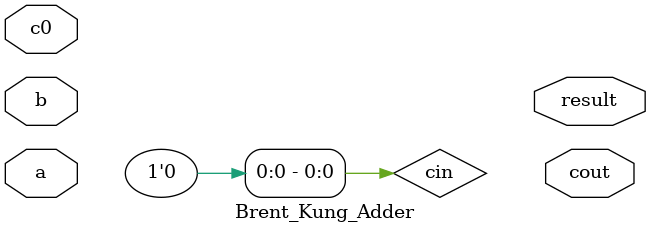
<source format=v>
`define INPUTSIZE 64		//set the input size n
`define GROUPSIZE 8		//set the group size = 1, 2, 4 or 8

module Brent_Kung_Adder(a,b,result,c0,cout);

	input	[`INPUTSIZE - 1:0]	a;
	input	[`INPUTSIZE - 1:0]	b;
	input						c0;
	output						cout;
	output	[`INPUTSIZE - 1:0]	result;
	
	wire	[`INPUTSIZE / `GROUPSIZE * 2 - 1:0]	r_temp;
	wire	[`INPUTSIZE / `GROUPSIZE * 2 - 1:0]	r;
	wire	[`INPUTSIZE / `GROUPSIZE:0]		cin;
	wire	[`INPUTSIZE / `GROUPSIZE * 2 - 1:0]	q;
	
	assign cin[0] = 1'b0;
	
	generate
	genvar i;
	for(i = 0;i < `INPUTSIZE / `GROUPSIZE;i = i + 1) begin: parallel_FA_CLA_prefix
		group_q_generation #(.Groupsize(`GROUPSIZE))
		f(.a(A[`GROUPSIZE * (i + 1) - 1:`GROUPSIZE * i]),
		  .b(B[`GROUPSIZE * (i + 1) - 1:`GROUPSIZE * i]),
		  .cin(cin[i]),
		  .s(S[`GROUPSIZE * (i + 1) - 1:`GROUPSIZE * i]),
		  .qg(q[i * 2 + 1:i * 2]));
	end

	parallel_prefix_tree_first_half #(.Treesize(`INPUTSIZE / `GROUPSIZE))
	t1(.q(q[`INPUTSIZE / `GROUPSIZE * 2 - 1:0]),
	   .r(r_temp[`INPUTSIZE / `GROUPSIZE * 2 - 1:0]));
	parallel_prefix_tree_second_half #(.Treesize(`INPUTSIZE / `GROUPSIZE))
	t2(.q(r_temp[`INPUTSIZE / `GROUPSIZE * 2 - 1:0]),
	   .r(r[`INPUTSIZE / `GROUPSIZE * 2 - 1:0]));
	
	for(i = 0;i < `INPUTSIZE / `GROUPSIZE;i = i + 1) begin: cin_generation
		cin_generation_logic f(.r(r[2 * i + 1:2 * i]),
							   .c0(1'b0),
							   .cin(cin[i + 1]));
	end
	
	assign S[`INPUTSIZE] = cin[`INPUTSIZE / `GROUPSIZE];
	
	endgenerate
	
endmodule
</source>
